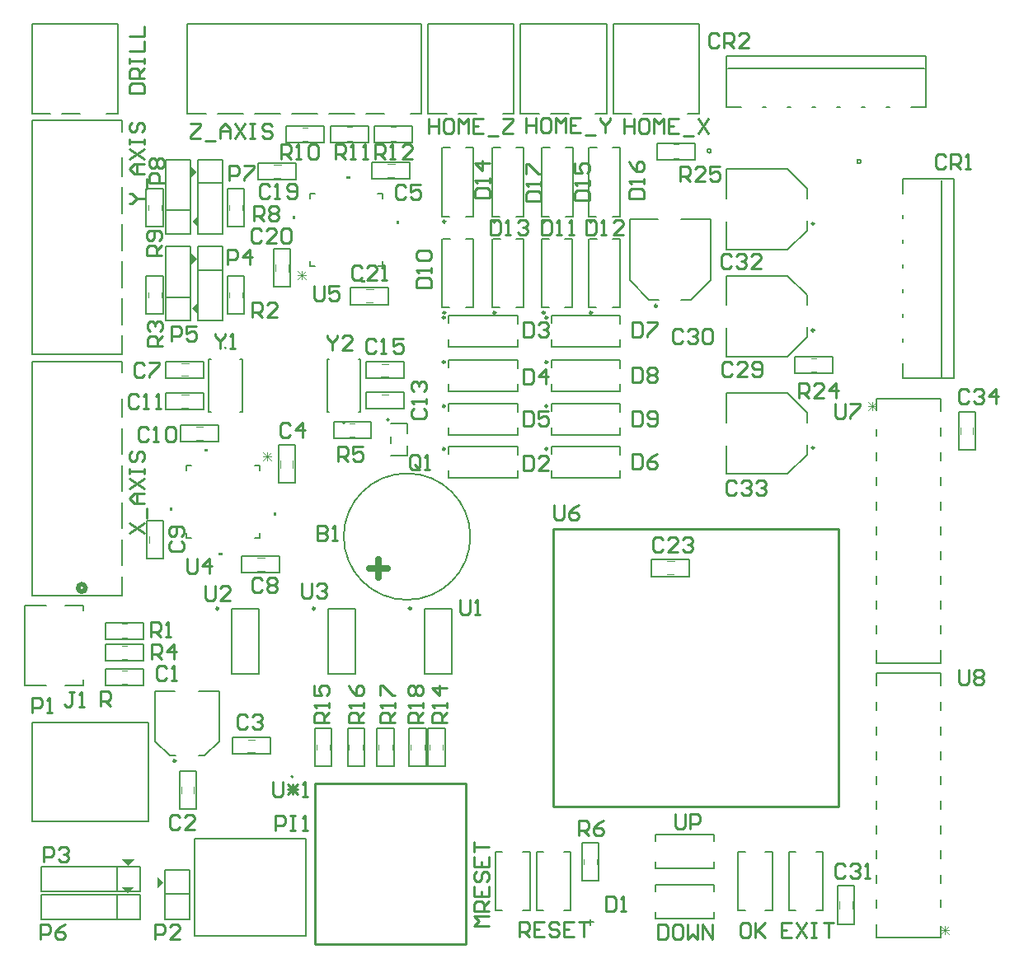
<source format=gto>
G04*
G04 #@! TF.GenerationSoftware,Altium Limited,Altium Designer,21.2.1 (34)*
G04*
G04 Layer_Color=65535*
%FSTAX24Y24*%
%MOIN*%
G70*
G04*
G04 #@! TF.SameCoordinates,945BCF6C-99F2-443B-AAD4-787717A20437*
G04*
G04*
G04 #@! TF.FilePolarity,Positive*
G04*
G01*
G75*
%ADD10C,0.0200*%
%ADD11C,0.0098*%
%ADD12C,0.0060*%
%ADD13C,0.0080*%
%ADD14C,0.0079*%
%ADD15C,0.0040*%
%ADD16C,0.0050*%
%ADD17C,0.0100*%
%ADD18C,0.0070*%
%ADD19C,0.0030*%
%ADD20C,0.0250*%
G36*
X014Y01582D02*
X01375Y01607D01*
X01425D01*
X014Y01582D01*
D02*
G37*
G36*
X01544Y01513D02*
X01519Y01488D01*
Y01538D01*
X01544Y01513D01*
D02*
G37*
G36*
X014Y01469D02*
X01375Y01494D01*
X01425D01*
X014Y01469D01*
D02*
G37*
G36*
X01579Y03016D02*
Y03031D01*
X01569D01*
Y03016D01*
X01579D01*
D02*
G37*
G36*
X017226Y03258D02*
Y03268D01*
X017076D01*
Y03258D01*
X017226D01*
D02*
G37*
G36*
X017817Y02848D02*
Y02838D01*
X017667D01*
Y02848D01*
X017817D01*
D02*
G37*
G36*
X01989Y029963D02*
Y030113D01*
X01999D01*
Y029963D01*
X01989D01*
D02*
G37*
G36*
X0166Y03836D02*
X01685Y03811D01*
Y03861D01*
X0166Y03836D01*
D02*
G37*
G36*
X01678Y04036D02*
X01653Y04061D01*
Y04011D01*
X01678Y04036D01*
D02*
G37*
G36*
X0166Y04188D02*
X01685Y04163D01*
Y04213D01*
X0166Y04188D01*
D02*
G37*
G36*
X01678Y04388D02*
X01653Y04413D01*
Y04363D01*
X01678Y04388D01*
D02*
G37*
G36*
X020765Y042107D02*
Y041957D01*
X020665D01*
Y042107D01*
X020765D01*
D02*
G37*
G36*
X022838Y04359D02*
Y04369D01*
X022988D01*
Y04359D01*
X022838D01*
D02*
G37*
G36*
X023429Y03949D02*
Y03939D01*
X023579D01*
Y03949D01*
X023429D01*
D02*
G37*
G36*
X024865Y04191D02*
Y04176D01*
X024965D01*
Y04191D01*
X024865D01*
D02*
G37*
D10*
X01228Y027051D02*
G03*
X01228Y027051I-00015J0D01*
G01*
D11*
X032759Y041879D02*
G03*
X032759Y041879I-000049J0D01*
G01*
X03086D02*
G03*
X03086Y041879I-000049J0D01*
G01*
X028862D02*
G03*
X028862Y041879I-000049J0D01*
G01*
X026833D02*
G03*
X026833Y041879I-000049J0D01*
G01*
X041739Y037479D02*
G03*
X041739Y037479I-000049J0D01*
G01*
Y041789D02*
G03*
X041739Y041789I-000049J0D01*
G01*
X035388Y038463D02*
G03*
X035388Y038463I-000049J0D01*
G01*
X032759Y03819D02*
G03*
X032759Y03819I-000049J0D01*
G01*
X03085D02*
G03*
X03085Y03819I-000049J0D01*
G01*
X028862D02*
G03*
X028862Y03819I-000049J0D01*
G01*
X026833D02*
G03*
X026833Y03819I-000049J0D01*
G01*
X026812Y03441D02*
G03*
X026812Y03441I-000049J0D01*
G01*
Y03619D02*
G03*
X026812Y03619I-000049J0D01*
G01*
Y03799D02*
G03*
X026812Y03799I-000049J0D01*
G01*
X030958D02*
G03*
X030958Y03799I-000049J0D01*
G01*
Y03619D02*
G03*
X030958Y03619I-000049J0D01*
G01*
Y03441D02*
G03*
X030958Y03441I-000049J0D01*
G01*
X026812Y03268D02*
G03*
X026812Y03268I-000049J0D01*
G01*
X030958D02*
G03*
X030958Y03268I-000049J0D01*
G01*
X041739Y032729D02*
G03*
X041739Y032729I-000049J0D01*
G01*
X025449Y026221D02*
G03*
X025449Y026221I-000049J0D01*
G01*
X017657D02*
G03*
X017657Y026221I-000049J0D01*
G01*
X015927Y020054D02*
G03*
X015927Y020054I-000049J0D01*
G01*
X021557Y026221D02*
G03*
X021557Y026221I-000049J0D01*
G01*
D12*
X04363Y044305D02*
G03*
X04363Y044305I-00008J0D01*
G01*
X02455Y03385D02*
G03*
X02455Y03385I-00005J0D01*
G01*
X022752Y033722D02*
G03*
X022752Y033722I-00003J0D01*
G01*
X01796Y036765D02*
G03*
X01796Y036765I-00003J0D01*
G01*
X037575Y04473D02*
G03*
X037575Y04473I-00008J0D01*
G01*
X01147Y023101D02*
X01218D01*
X00984Y026351D02*
X010684D01*
X01218Y026124D02*
Y026351D01*
X01147D02*
X01218D01*
Y023101D02*
Y023327D01*
X00984Y023101D02*
X010684D01*
X00984D02*
Y026351D01*
X045337Y035555D02*
Y036149D01*
X046907Y035605D02*
Y043555D01*
X045337Y043011D02*
Y043605D01*
Y035555D02*
X047407D01*
Y043605D01*
X045337D02*
X047407D01*
X045337Y042011D02*
Y042149D01*
Y041011D02*
Y041149D01*
Y040011D02*
Y040149D01*
Y039011D02*
Y039149D01*
Y038011D02*
Y038149D01*
Y037011D02*
Y037149D01*
X04687Y034196D02*
Y03471D01*
X04425Y02401D02*
X04687D01*
Y024524D01*
X04425Y03471D02*
X04687D01*
X04425Y034246D02*
Y03471D01*
Y033196D02*
Y033474D01*
Y032196D02*
Y032524D01*
Y031196D02*
Y031524D01*
Y030196D02*
Y030524D01*
Y029196D02*
Y029524D01*
Y028196D02*
Y028524D01*
Y027196D02*
Y027524D01*
Y026196D02*
Y026524D01*
Y025196D02*
Y025524D01*
Y02401D02*
Y024524D01*
X04687Y025196D02*
Y025524D01*
Y026196D02*
Y026524D01*
Y027196D02*
Y027524D01*
Y028196D02*
Y028524D01*
Y029196D02*
Y029524D01*
Y030196D02*
Y030524D01*
Y031196D02*
Y031524D01*
Y032196D02*
Y032524D01*
Y033196D02*
Y033524D01*
X04425Y014106D02*
Y014434D01*
Y015106D02*
Y015434D01*
Y016106D02*
Y016434D01*
Y017106D02*
Y017434D01*
Y018106D02*
Y018434D01*
Y019106D02*
Y019434D01*
Y020106D02*
Y020434D01*
Y021106D02*
Y021434D01*
Y022106D02*
Y022434D01*
X04687Y023106D02*
Y02362D01*
Y022106D02*
Y022434D01*
Y021106D02*
Y021434D01*
Y020106D02*
Y020434D01*
Y019106D02*
Y019434D01*
Y018106D02*
Y018434D01*
Y017106D02*
Y017434D01*
Y016106D02*
Y016434D01*
Y015106D02*
Y015434D01*
Y014156D02*
Y014434D01*
Y01292D02*
Y013384D01*
X04425Y01292D02*
X04687D01*
X04425Y023106D02*
Y02362D01*
X04687D01*
X04425Y01292D02*
Y013434D01*
X025275Y033291D02*
Y03369D01*
X024625Y032916D02*
Y033184D01*
Y03241D02*
X025275D01*
Y032809D01*
X024625Y03369D02*
X025275D01*
X023312Y034172D02*
X023402D01*
X022042D02*
X022133D01*
X022042D02*
Y036322D01*
X023312D02*
X023402D01*
Y034172D02*
Y036322D01*
X022042D02*
X022133D01*
X021345Y04007D02*
Y040271D01*
Y04301D02*
X021546D01*
X024285Y042809D02*
Y04301D01*
X024084Y04007D02*
X024285D01*
X021345D02*
X021546D01*
X021345Y042809D02*
Y04301D01*
X024084D02*
X024285D01*
Y04007D02*
Y040271D01*
X018519Y034165D02*
X01861D01*
X01725D02*
Y036315D01*
Y034165D02*
X017341D01*
X01861D02*
Y036315D01*
X018519D02*
X01861D01*
X01725D02*
X017341D01*
X01931Y02906D02*
Y029261D01*
X019109Y02906D02*
X01931D01*
X01637D02*
X016571D01*
X01637D02*
Y029261D01*
X01931Y031799D02*
Y032D01*
X019109D02*
X01931D01*
X01637Y031799D02*
Y032D01*
X016571D01*
X044651Y046517D02*
X044789D01*
X043651D02*
X043789D01*
X042651D02*
X042789D01*
X041651D02*
X041789D01*
X040651D02*
X040789D01*
X039651D02*
X039789D01*
X038195D02*
Y048587D01*
X046245D01*
Y046517D02*
Y048587D01*
X038195Y046517D02*
X038789D01*
X038245Y048087D02*
X046195D01*
X045651Y046517D02*
X046245D01*
D13*
X027839Y02913D02*
G03*
X027839Y02913I-002559J0D01*
G01*
D14*
X020669Y019415D02*
G03*
X020669Y019415I-000039J0D01*
G01*
X034834Y046249D02*
X035571D01*
X037086D02*
Y049871D01*
X033618D02*
X037086D01*
X033618Y046249D02*
Y049871D01*
X036634Y046249D02*
X037086D01*
X033618D02*
X03437D01*
X031089D02*
X031825D01*
X033341D02*
Y049871D01*
X029872D02*
X033341D01*
X029872Y046249D02*
Y049871D01*
X032888Y046249D02*
X033341D01*
X029872D02*
X030624D01*
X027343D02*
X028079D01*
X029595D02*
Y049871D01*
X026126D02*
X029595D01*
X026126Y046249D02*
Y049871D01*
X029142Y046249D02*
X029595D01*
X026126D02*
X026878D01*
X03263Y042089D02*
Y044859D01*
X03388Y042089D02*
Y044869D01*
X03263Y042089D02*
X032927D01*
X032647Y044859D02*
X032947D01*
X03358Y042089D02*
X03388D01*
X03358Y044869D02*
X03388D01*
X030731Y042089D02*
Y044859D01*
X031981Y042089D02*
Y044869D01*
X030731Y042089D02*
X031029D01*
X030749Y044859D02*
X031049D01*
X031681Y042089D02*
X031981D01*
X031681Y044869D02*
X031981D01*
X029683D02*
X029983D01*
X029683Y042089D02*
X029983D01*
X02875Y044859D02*
X02905D01*
X028733Y042089D02*
X02903D01*
X029983D02*
Y044869D01*
X028733Y042089D02*
Y044859D01*
X026704Y042089D02*
Y044859D01*
X027954Y042089D02*
Y044869D01*
X026704Y042089D02*
X027001D01*
X026721Y044859D02*
X027021D01*
X027654Y042089D02*
X027954D01*
X027654Y044869D02*
X027954D01*
X040656Y039684D02*
X041444Y038896D01*
X040656Y036416D02*
X041444Y037204D01*
Y038503D02*
Y038896D01*
Y037204D02*
Y037597D01*
X038176Y039684D02*
X040656D01*
X038176Y036416D02*
X040656D01*
X038176Y038503D02*
Y039684D01*
Y036416D02*
Y037558D01*
X040656Y043994D02*
X041444Y043206D01*
X040656Y040726D02*
X041444Y041514D01*
Y042813D02*
Y043206D01*
Y041514D02*
Y041907D01*
X038176Y043994D02*
X040656D01*
X038176Y040726D02*
X040656D01*
X038176Y042813D02*
Y043994D01*
Y040726D02*
Y041868D01*
X034276Y041977D02*
X035418D01*
X036363D02*
X037544D01*
X034276Y039497D02*
Y041977D01*
X037544Y039497D02*
Y041977D01*
X035064Y038709D02*
X035457D01*
X036363D02*
X036756D01*
X034276Y039497D02*
X035064Y038709D01*
X036756D02*
X037544Y039497D01*
X03358Y04118D02*
X03388D01*
X03358Y0384D02*
X03388D01*
X032647Y04117D02*
X032947D01*
X03263Y0384D02*
X032927D01*
X03388D02*
Y04118D01*
X03263Y0384D02*
Y04117D01*
X030721Y0384D02*
Y04117D01*
X031971Y0384D02*
Y04118D01*
X030721Y0384D02*
X031019D01*
X030739Y04117D02*
X031039D01*
X031671Y0384D02*
X031971D01*
X031671Y04118D02*
X031971D01*
X028733Y0384D02*
Y04117D01*
X029983Y0384D02*
Y04118D01*
X028733Y0384D02*
X02903D01*
X02875Y04117D02*
X02905D01*
X029683Y0384D02*
X029983D01*
X029683Y04118D02*
X029983D01*
X026704Y0384D02*
Y04117D01*
X027954Y0384D02*
Y04118D01*
X026704Y0384D02*
X027001D01*
X026721Y04117D02*
X027021D01*
X027654Y0384D02*
X027954D01*
X027654Y04118D02*
X027954D01*
X026973Y03449D02*
X029743D01*
X026973Y03324D02*
X029753D01*
X026973Y034193D02*
Y03449D01*
X029743Y034173D02*
Y034473D01*
X026973Y03324D02*
Y03354D01*
X029753Y03324D02*
Y03354D01*
X026973Y03627D02*
X029743D01*
X026973Y03502D02*
X029753D01*
X026973Y035973D02*
Y03627D01*
X029743Y035953D02*
Y036253D01*
X026973Y03502D02*
Y03532D01*
X029753Y03502D02*
Y03532D01*
X026973Y03807D02*
X029743D01*
X026973Y03682D02*
X029753D01*
X026973Y037773D02*
Y03807D01*
X029743Y037753D02*
Y038053D01*
X026973Y03682D02*
Y03712D01*
X029753Y03682D02*
Y03712D01*
X031119Y03807D02*
X033889D01*
X031119Y03682D02*
X033899D01*
X031119Y037773D02*
Y03807D01*
X033889Y037753D02*
Y038053D01*
X031119Y03682D02*
Y03712D01*
X033899Y03682D02*
Y03712D01*
X031119Y03627D02*
X033889D01*
X031119Y03502D02*
X033899D01*
X031119Y035973D02*
Y03627D01*
X033889Y035953D02*
Y036253D01*
X031119Y03502D02*
Y03532D01*
X033899Y03502D02*
Y03532D01*
X031119Y03449D02*
X033889D01*
X031119Y03324D02*
X033899D01*
X031119Y034193D02*
Y03449D01*
X033889Y034173D02*
Y034473D01*
X031119Y03324D02*
Y03354D01*
X033899Y03324D02*
Y03354D01*
X029753Y03151D02*
Y03181D01*
X026973Y03151D02*
Y03181D01*
X029743Y032443D02*
Y032743D01*
X026973Y032463D02*
Y03276D01*
Y03151D02*
X029753D01*
X026973Y03276D02*
X029743D01*
X031119D02*
X033889D01*
X031119Y03151D02*
X033899D01*
X031119Y032463D02*
Y03276D01*
X033889Y032443D02*
Y032743D01*
X031119Y03151D02*
Y03181D01*
X033899Y03151D02*
Y03181D01*
X038176Y031666D02*
Y032808D01*
Y033753D02*
Y034934D01*
Y031666D02*
X040656D01*
X038176Y034934D02*
X040656D01*
X041444Y032454D02*
Y032847D01*
Y033753D02*
Y034146D01*
X040656Y031666D02*
X041444Y032454D01*
X040656Y034934D02*
X041444Y034146D01*
X040721Y014019D02*
Y016381D01*
Y014019D02*
X040997D01*
X040721Y016381D02*
X040997D01*
X041823D02*
X042099D01*
X041823Y014019D02*
X042099D01*
Y016381D01*
X038671Y014019D02*
Y016381D01*
Y014019D02*
X038947D01*
X038671Y016381D02*
X038947D01*
X039773D02*
X040049D01*
X039773Y014019D02*
X040049D01*
Y016381D01*
X035329Y015711D02*
X037691D01*
Y015987D01*
X035329Y015711D02*
Y015987D01*
Y016813D02*
Y017089D01*
X037691Y016813D02*
Y017089D01*
X035329D02*
X037691D01*
X035329Y013661D02*
X037691D01*
Y013937D01*
X035329Y013661D02*
Y013937D01*
Y014763D02*
Y015039D01*
X037691Y014763D02*
Y015039D01*
X035329D02*
X037691D01*
X030521Y013999D02*
Y016361D01*
Y013999D02*
X030797D01*
X030521Y016361D02*
X030797D01*
X031623D02*
X031899D01*
X031623Y013999D02*
X031899D01*
Y016361D01*
X030242Y013999D02*
Y016361D01*
X029967Y013999D02*
X030242D01*
X029967Y016361D02*
X030242D01*
X028864D02*
X02914D01*
X028864Y013999D02*
X02914D01*
X028864D02*
Y016361D01*
X025991Y023583D02*
Y026221D01*
X027093Y023583D02*
Y026221D01*
X025991D02*
X027093D01*
X025991Y023583D02*
X027093D01*
X020612Y046249D02*
X021648D01*
X022112D02*
X023148D01*
X023612D02*
X024348D01*
X025864D02*
Y049871D01*
X016396D02*
X025864D01*
X016396Y046249D02*
Y049871D01*
X025411Y046249D02*
X025864D01*
X019112D02*
X020148D01*
X017612D02*
X018648D01*
X016396D02*
X017148D01*
X01012D02*
X010872D01*
X013136D02*
X013589D01*
X01012D02*
Y049871D01*
X013589D01*
Y046249D02*
Y049871D01*
X011337Y046249D02*
X012073D01*
X013742Y036506D02*
Y037258D01*
Y037722D02*
Y038758D01*
Y039222D02*
Y040258D01*
Y045521D02*
Y045974D01*
X01012Y036506D02*
X013742D01*
X01012D02*
Y045974D01*
X013742D01*
Y043722D02*
Y044458D01*
Y042222D02*
Y043258D01*
Y040722D02*
Y041758D01*
X018199Y023583D02*
Y026221D01*
X019301Y023583D02*
Y026221D01*
X018199D02*
X019301D01*
X018199Y023583D02*
X019301D01*
X013742Y030962D02*
Y031998D01*
Y032462D02*
Y033498D01*
Y033962D02*
Y034699D01*
X01012Y036214D02*
X013742D01*
X01012Y026746D02*
Y036214D01*
Y026746D02*
X013742D01*
Y035761D02*
Y036214D01*
Y029462D02*
Y030498D01*
Y027962D02*
Y028998D01*
Y026746D02*
Y027498D01*
X017099Y020261D02*
X017689Y020851D01*
X015091D02*
X015681Y020261D01*
X015091Y022859D02*
X015898D01*
X016843D02*
X017689D01*
X015091Y020851D02*
Y022859D01*
X017689Y020851D02*
Y022859D01*
X015681Y020261D02*
X015937D01*
X016843D02*
X017099D01*
X014832Y01762D02*
Y02162D01*
X010108D02*
X014832D01*
X010108Y01762D02*
Y02162D01*
Y01762D02*
X014832D01*
X022099Y023583D02*
X023201D01*
X022099Y026221D02*
X023201D01*
Y023583D02*
Y026221D01*
X022099Y023583D02*
Y026221D01*
D15*
X03605Y04499D02*
X03625D01*
X03605Y04444D02*
X03625D01*
X04162Y03635D02*
X04182D01*
X04162Y0358D02*
X04182D01*
X04817Y03326D02*
Y03354D01*
X047644Y03326D02*
Y03355D01*
X043296Y01407D02*
Y01436D01*
X04277Y01408D02*
Y01436D01*
X03297Y01587D02*
Y01607D01*
X03242Y01587D02*
Y01607D01*
X02619Y02051D02*
Y02071D01*
X02674Y02051D02*
Y02071D01*
X02598Y02051D02*
Y02071D01*
X02543Y02051D02*
Y02071D01*
X02413Y02051D02*
Y02071D01*
X02468Y02051D02*
Y02071D01*
X02294Y02051D02*
Y02071D01*
X02349Y02051D02*
Y02071D01*
X02161Y02051D02*
Y02071D01*
X02216Y02051D02*
Y02071D01*
X02297Y03316D02*
X02317D01*
X02297Y03371D02*
X02317D01*
X02425Y03488D02*
X02453D01*
X02424Y034354D02*
X02453D01*
X02425Y03612D02*
X02453D01*
X02424Y035594D02*
X02453D01*
X020144Y03192D02*
Y03221D01*
X02067Y03192D02*
Y0322D01*
X02463Y04569D02*
X02483D01*
X02463Y04514D02*
X02483D01*
X02449Y04368D02*
X02477D01*
X02449Y044206D02*
X02478D01*
X02286Y04514D02*
X02306D01*
X02286Y04569D02*
X02306D01*
X02106Y04568D02*
X02126D01*
X02106Y04513D02*
X02126D01*
X020491Y03985D02*
Y04014D01*
X019965Y03986D02*
Y04014D01*
X01989Y044176D02*
X02018D01*
X01989Y04365D02*
X02017D01*
X01808Y04233D02*
Y04253D01*
X01863Y04233D02*
Y04253D01*
X01481Y04233D02*
Y04253D01*
X01536Y04233D02*
Y04253D01*
X01808Y0388D02*
Y039D01*
X01863Y0388D02*
Y039D01*
X01536Y0388D02*
Y039D01*
X01481Y0388D02*
Y039D01*
X01616Y03563D02*
X01644D01*
X01616Y036156D02*
X01645D01*
X01616Y034876D02*
X01645D01*
X01616Y03435D02*
X01644D01*
X01675Y033044D02*
X01704D01*
X01676Y03357D02*
X01704D01*
X01923Y028266D02*
X01952D01*
X01923Y02774D02*
X01951D01*
X015376Y02885D02*
Y02914D01*
X01485Y02886D02*
Y02914D01*
X01375Y02559D02*
X01395D01*
X01375Y02504D02*
X01395D01*
X01375Y02471D02*
X01395D01*
X01375Y02416D02*
X01395D01*
X01375Y02372D02*
X01395D01*
X01375Y02317D02*
X01395D01*
X01885Y02092D02*
X01913D01*
X01884Y020394D02*
X01913D01*
X01667Y01873D02*
Y01901D01*
X016144Y01873D02*
Y01902D01*
X03579Y028126D02*
X03608D01*
X03579Y0276D02*
X03607D01*
X02362Y0386D02*
X0239D01*
X02362Y039126D02*
X02391D01*
D16*
X03539Y04437D02*
X03691D01*
Y04505D01*
X03539D02*
X03691D01*
X03539Y04437D02*
Y04505D01*
X04096Y03573D02*
X04248D01*
Y03641D01*
X04096D02*
X04248D01*
X04096Y03573D02*
Y03641D01*
X04758Y03263D02*
X04825D01*
X04758D02*
Y03417D01*
X04825D01*
Y03263D02*
Y03417D01*
X04269Y01345D02*
Y01499D01*
Y01345D02*
X04336D01*
Y01499D01*
X04269D02*
X04336D01*
X03235Y01521D02*
Y01673D01*
Y01521D02*
X03303D01*
Y01673D01*
X03235D02*
X03303D01*
X02681Y01985D02*
Y02137D01*
X02613D02*
X02681D01*
X02613Y01985D02*
Y02137D01*
Y01985D02*
X02681D01*
X02537D02*
X02605D01*
X02537D02*
Y02137D01*
X02605D01*
Y01985D02*
Y02137D01*
X02475Y01985D02*
Y02137D01*
X02407D02*
X02475D01*
X02407Y01985D02*
Y02137D01*
Y01985D02*
X02475D01*
X02356D02*
Y02137D01*
X02288D02*
X02356D01*
X02288Y01985D02*
Y02137D01*
Y01985D02*
X02356D01*
X02223D02*
Y02137D01*
X02155D02*
X02223D01*
X02155Y01985D02*
Y02137D01*
Y01985D02*
X02223D01*
X02231Y03309D02*
Y03377D01*
X02383D01*
Y03309D02*
Y03377D01*
X02231Y03309D02*
X02383D01*
X02516Y03429D02*
Y03496D01*
X02362Y03429D02*
X02516D01*
X02362D02*
Y03496D01*
X02516D01*
Y03553D02*
Y0362D01*
X02362Y03553D02*
X02516D01*
X02362D02*
Y0362D01*
X02516D01*
X02075Y03129D02*
Y03283D01*
X02008D02*
X02075D01*
X02008Y03129D02*
Y03283D01*
Y03129D02*
X02075D01*
X02397Y04507D02*
X02549D01*
Y04575D01*
X02397D02*
X02549D01*
X02397Y04507D02*
Y04575D01*
X02386Y0436D02*
Y04427D01*
X0254D01*
Y0436D02*
Y04427D01*
X02386Y0436D02*
X0254D01*
X0222Y04507D02*
Y04575D01*
X02372D01*
Y04507D02*
Y04575D01*
X0222Y04507D02*
X02372D01*
X02192D02*
Y04575D01*
X0204Y04507D02*
X02192D01*
X0204D02*
Y04575D01*
X02192D01*
X019885Y03923D02*
Y04077D01*
Y03923D02*
X020555D01*
Y04077D01*
X019885D02*
X020555D01*
X01926Y04357D02*
X0208D01*
Y04424D01*
X01926D02*
X0208D01*
X01926Y04357D02*
Y04424D01*
X0187Y04167D02*
Y04319D01*
X01802D02*
X0187D01*
X01802Y04167D02*
Y04319D01*
Y04167D02*
X0187D01*
X01474Y04319D02*
X01542D01*
Y04167D02*
Y04319D01*
X01474Y04167D02*
X01542D01*
X01474D02*
Y04319D01*
X0187Y03814D02*
Y03966D01*
X01802D02*
X0187D01*
X01802Y03814D02*
Y03966D01*
Y03814D02*
X0187D01*
X01474D02*
Y03966D01*
Y03814D02*
X01542D01*
Y03966D01*
X01474D02*
X01542D01*
X01553Y03555D02*
Y03622D01*
X01707D01*
Y03555D02*
Y03622D01*
X01553Y03555D02*
X01707D01*
X01553Y03427D02*
X01707D01*
Y03494D01*
X01553D02*
X01707D01*
X01553Y03427D02*
Y03494D01*
X01613Y03365D02*
X01767D01*
X01613Y03298D02*
Y03365D01*
Y03298D02*
X01767D01*
Y03365D01*
X0186Y02766D02*
X02014D01*
Y02833D01*
X0186D02*
X02014D01*
X0186Y02766D02*
Y02833D01*
X01477Y02823D02*
Y02977D01*
Y02823D02*
X01544D01*
Y02977D01*
X01477D02*
X01544D01*
X01309Y02497D02*
X01461D01*
Y02565D01*
X01309D02*
X01461D01*
X01309Y02497D02*
Y02565D01*
Y02409D02*
X01461D01*
Y02477D01*
X01309D02*
X01461D01*
X01309Y02409D02*
Y02477D01*
Y0231D02*
X01461D01*
Y02378D01*
X01309D02*
X01461D01*
X01309Y0231D02*
Y02378D01*
X01976Y02033D02*
Y021D01*
X01822Y02033D02*
X01976D01*
X01822D02*
Y021D01*
X01976D01*
X01668Y012965D02*
X021179D01*
X01668Y016915D02*
X021179D01*
X01668Y012965D02*
Y016915D01*
X021179Y012965D02*
Y016915D01*
X01608Y0181D02*
X01675D01*
X01608D02*
Y01964D01*
X01675D01*
Y0181D02*
Y01964D01*
X03516Y02752D02*
X0367D01*
Y02819D01*
X03516D02*
X0367D01*
X03516Y02752D02*
Y02819D01*
X02299Y03852D02*
Y03919D01*
X02453D01*
Y03852D02*
Y03919D01*
X02299Y03852D02*
X02453D01*
X0327Y013653D02*
Y013396D01*
X032572Y013525D02*
X032829D01*
D17*
X021564Y012656D02*
X027664D01*
Y019156D01*
X026964D02*
X027664D01*
X021564D02*
X026964D01*
X021564Y012656D02*
Y019156D01*
X03118Y02944D02*
X04273D01*
X03118Y01819D02*
Y02944D01*
Y01819D02*
X034518D01*
X04273D02*
Y02944D01*
X039242Y01819D02*
X04273D01*
X034518D02*
X039242D01*
X01184Y022856D02*
X01164D01*
X01174D01*
Y022356D01*
X01164Y022256D01*
X01154D01*
X01144Y022356D01*
X01204Y022256D02*
X01224D01*
X01214D01*
Y022856D01*
X01204Y022756D01*
X03123Y03039D02*
Y02989D01*
X03133Y02979D01*
X03153D01*
X03163Y02989D01*
Y03039D01*
X03223D02*
X03203Y03029D01*
X03183Y03009D01*
Y02989D01*
X03193Y02979D01*
X03213D01*
X03223Y02989D01*
Y02999D01*
X03213Y03009D01*
X03183D01*
X03634Y04349D02*
Y04409D01*
X03664D01*
X03674Y04399D01*
Y04379D01*
X03664Y04369D01*
X03634D01*
X03654D02*
X03674Y04349D01*
X03734D02*
X03694D01*
X03734Y04389D01*
Y04399D01*
X03724Y04409D01*
X03704D01*
X03694Y04399D01*
X03794Y04409D02*
X03754D01*
Y04379D01*
X03774Y04389D01*
X03784D01*
X03794Y04379D01*
Y04359D01*
X03784Y04349D01*
X03764D01*
X03754Y04359D01*
X04114Y03474D02*
Y03534D01*
X04144D01*
X04154Y03524D01*
Y03504D01*
X04144Y03494D01*
X04114D01*
X04134D02*
X04154Y03474D01*
X04214D02*
X04174D01*
X04214Y03514D01*
Y03524D01*
X04204Y03534D01*
X04184D01*
X04174Y03524D01*
X04264Y03474D02*
Y03534D01*
X04234Y03504D01*
X04274D01*
X01985Y01919D02*
Y01869D01*
X01995Y01859D01*
X02015D01*
X02025Y01869D01*
Y01919D01*
X02045Y01909D02*
X02085Y01869D01*
X02045D02*
X02085Y01909D01*
X02045Y01889D02*
X02085D01*
X02065Y01869D02*
Y01909D01*
X02105Y01859D02*
X02125D01*
X02115D01*
Y01919D01*
X02105Y01909D01*
X02167Y02957D02*
Y02897D01*
X02197D01*
X02207Y02907D01*
Y02917D01*
X02197Y02927D01*
X02167D01*
X02197D01*
X02207Y02937D01*
Y02947D01*
X02197Y02957D01*
X02167D01*
X02227Y02897D02*
X02247D01*
X02237D01*
Y02957D01*
X02227Y02947D01*
X02207Y03728D02*
Y03718D01*
X02227Y03698D01*
X02247Y03718D01*
Y03728D01*
X02227Y03698D02*
Y03668D01*
X02307D02*
X02267D01*
X02307Y03708D01*
Y03718D01*
X02297Y03728D01*
X02277D01*
X02267Y03718D01*
X01754Y03733D02*
Y03723D01*
X01774Y03703D01*
X01794Y03723D01*
Y03733D01*
X01774Y03703D02*
Y03673D01*
X01814D02*
X01834D01*
X01824D01*
Y03733D01*
X01814Y03723D01*
X04759Y02373D02*
Y02323D01*
X04769Y02313D01*
X04789D01*
X04799Y02323D01*
Y02373D01*
X04819Y02363D02*
X04829Y02373D01*
X04849D01*
X04859Y02363D01*
Y02353D01*
X04849Y02343D01*
X04859Y02333D01*
Y02323D01*
X04849Y02313D01*
X04829D01*
X04819Y02323D01*
Y02333D01*
X04829Y02343D01*
X04819Y02353D01*
Y02363D01*
X04829Y02343D02*
X04849D01*
X04259Y03452D02*
Y03402D01*
X04269Y03392D01*
X04289D01*
X04299Y03402D01*
Y03452D01*
X04319D02*
X04359D01*
Y03442D01*
X04319Y03402D01*
Y03392D01*
X02154Y03928D02*
Y03878D01*
X02164Y03868D01*
X02184D01*
X02194Y03878D01*
Y03928D01*
X02254D02*
X02214D01*
Y03898D01*
X02234Y03908D01*
X02244D01*
X02254Y03898D01*
Y03878D01*
X02244Y03868D01*
X02224D01*
X02214Y03878D01*
X01639Y02823D02*
Y02773D01*
X01649Y02763D01*
X01669D01*
X01679Y02773D01*
Y02823D01*
X01729Y02763D02*
Y02823D01*
X01699Y02793D01*
X01739D01*
X02102Y02724D02*
Y02674D01*
X02112Y02664D01*
X02132D01*
X02142Y02674D01*
Y02724D01*
X02162Y02714D02*
X02172Y02724D01*
X02192D01*
X02202Y02714D01*
Y02704D01*
X02192Y02694D01*
X02182D01*
X02192D01*
X02202Y02684D01*
Y02674D01*
X02192Y02664D01*
X02172D01*
X02162Y02674D01*
X01712Y02713D02*
Y02663D01*
X01722Y02653D01*
X01742D01*
X01752Y02663D01*
Y02713D01*
X01812Y02653D02*
X01772D01*
X01812Y02693D01*
Y02703D01*
X01802Y02713D01*
X01782D01*
X01772Y02703D01*
X02743Y02658D02*
Y02608D01*
X02753Y02598D01*
X02773D01*
X02783Y02608D01*
Y02658D01*
X02803Y02598D02*
X02823D01*
X02813D01*
Y02658D01*
X02803Y02648D01*
X0129Y02227D02*
Y02287D01*
X0132D01*
X0133Y02277D01*
Y02257D01*
X0132Y02247D01*
X0129D01*
X0131D02*
X0133Y02227D01*
X04083Y0135D02*
X04043D01*
Y0129D01*
X04083D01*
X04043Y0132D02*
X04063D01*
X04103Y0135D02*
X04143Y0129D01*
Y0135D02*
X04103Y0129D01*
X04163Y0135D02*
X04183D01*
X04173D01*
Y0129D01*
X04163D01*
X04183D01*
X04213Y0135D02*
X04253D01*
X04233D01*
Y0129D01*
X03907Y01352D02*
X03887D01*
X03877Y01342D01*
Y01302D01*
X03887Y01292D01*
X03907D01*
X03917Y01302D01*
Y01342D01*
X03907Y01352D01*
X03937D02*
Y01292D01*
Y01312D01*
X03977Y01352D01*
X03947Y01322D01*
X03977Y01292D01*
X03544Y01344D02*
Y01284D01*
X03574D01*
X03584Y01294D01*
Y01334D01*
X03574Y01344D01*
X03544D01*
X03634D02*
X03614D01*
X03604Y01334D01*
Y01294D01*
X03614Y01284D01*
X03634D01*
X03644Y01294D01*
Y01334D01*
X03634Y01344D01*
X03664D02*
Y01284D01*
X03684Y01304D01*
X03704Y01284D01*
Y01344D01*
X03724Y01284D02*
Y01344D01*
X03764Y01284D01*
Y01344D01*
X03613Y01792D02*
Y01742D01*
X03623Y01732D01*
X03643D01*
X03653Y01742D01*
Y01792D01*
X03673Y01732D02*
Y01792D01*
X03703D01*
X03713Y01782D01*
Y01762D01*
X03703Y01752D01*
X03673D01*
X02982Y01293D02*
Y01353D01*
X03012D01*
X03022Y01343D01*
Y01323D01*
X03012Y01313D01*
X02982D01*
X03002D02*
X03022Y01293D01*
X03082Y01353D02*
X03042D01*
Y01293D01*
X03082D01*
X03042Y01323D02*
X03062D01*
X03142Y01343D02*
X03132Y01353D01*
X03112D01*
X03102Y01343D01*
Y01333D01*
X03112Y01323D01*
X03132D01*
X03142Y01313D01*
Y01303D01*
X03132Y01293D01*
X03112D01*
X03102Y01303D01*
X03202Y01353D02*
X03162D01*
Y01293D01*
X03202D01*
X03162Y01323D02*
X03182D01*
X03222Y01353D02*
X03262D01*
X03242D01*
Y01293D01*
X02858Y013371D02*
X02798D01*
X02818Y01357D01*
X02798Y01377D01*
X02858D01*
Y01397D02*
X02798D01*
Y01427D01*
X02808Y01437D01*
X02828D01*
X02838Y01427D01*
Y01397D01*
Y01417D02*
X02858Y01437D01*
X02798Y01497D02*
Y01457D01*
X02858D01*
Y01497D01*
X02828Y01457D02*
Y01477D01*
X02808Y01557D02*
X02798Y01547D01*
Y01527D01*
X02808Y01517D01*
X02818D01*
X02828Y01527D01*
Y01547D01*
X02838Y01557D01*
X02848D01*
X02858Y01547D01*
Y01527D01*
X02848Y01517D01*
X02798Y01617D02*
Y01577D01*
X02858D01*
Y01617D01*
X02828Y01577D02*
Y01597D01*
X02798Y01637D02*
Y016769D01*
Y01657D01*
X02858D01*
X02591Y0216D02*
X02531D01*
Y0219D01*
X02541Y022D01*
X02561D01*
X02571Y0219D01*
Y0216D01*
Y0218D02*
X02591Y022D01*
Y0222D02*
Y0224D01*
Y0223D01*
X02531D01*
X02541Y0222D01*
Y0227D02*
X02531Y0228D01*
Y023D01*
X02541Y0231D01*
X02551D01*
X02561Y023D01*
X02571Y0231D01*
X02581D01*
X02591Y023D01*
Y0228D01*
X02581Y0227D01*
X02571D01*
X02561Y0228D01*
X02551Y0227D01*
X02541D01*
X02561Y0228D02*
Y023D01*
X02479Y0216D02*
X02419D01*
Y0219D01*
X02429Y022D01*
X02449D01*
X02459Y0219D01*
Y0216D01*
Y0218D02*
X02479Y022D01*
Y0222D02*
Y0224D01*
Y0223D01*
X02419D01*
X02429Y0222D01*
X02419Y0227D02*
Y0231D01*
X02429D01*
X02469Y0227D01*
X02479D01*
X02351Y0216D02*
X02291D01*
Y0219D01*
X02301Y022D01*
X02321D01*
X02331Y0219D01*
Y0216D01*
Y0218D02*
X02351Y022D01*
Y0222D02*
Y0224D01*
Y0223D01*
X02291D01*
X02301Y0222D01*
X02291Y0231D02*
X02301Y0229D01*
X02321Y0227D01*
X02341D01*
X02351Y0228D01*
Y023D01*
X02341Y0231D01*
X02331D01*
X02321Y023D01*
Y0227D01*
X02213Y0216D02*
X02153D01*
Y0219D01*
X02163Y022D01*
X02183D01*
X02193Y0219D01*
Y0216D01*
Y0218D02*
X02213Y022D01*
Y0222D02*
Y0224D01*
Y0223D01*
X02153D01*
X02163Y0222D01*
X02153Y0231D02*
Y0227D01*
X02183D01*
X02173Y0229D01*
Y023D01*
X02183Y0231D01*
X02203D01*
X02213Y023D01*
Y0228D01*
X02203Y0227D01*
X02689Y0216D02*
X02629D01*
Y0219D01*
X02639Y022D01*
X02659D01*
X02669Y0219D01*
Y0216D01*
Y0218D02*
X02689Y022D01*
Y0222D02*
Y0224D01*
Y0223D01*
X02629D01*
X02639Y0222D01*
X02689Y023D02*
X02629D01*
X02659Y0227D01*
Y0231D01*
X02398Y04439D02*
Y04499D01*
X02428D01*
X02438Y04489D01*
Y04469D01*
X02428Y04459D01*
X02398D01*
X02418D02*
X02438Y04439D01*
X02458D02*
X02478D01*
X02468D01*
Y04499D01*
X02458Y04489D01*
X02548Y04439D02*
X02508D01*
X02548Y04479D01*
Y04489D01*
X02538Y04499D01*
X02518D01*
X02508Y04489D01*
X02238Y04439D02*
Y04499D01*
X02268D01*
X02278Y04489D01*
Y04469D01*
X02268Y04459D01*
X02238D01*
X02258D02*
X02278Y04439D01*
X02298D02*
X02318D01*
X02308D01*
Y04499D01*
X02298Y04489D01*
X02348Y04439D02*
X02368D01*
X02358D01*
Y04499D01*
X02348Y04489D01*
X02018Y04439D02*
Y04499D01*
X02048D01*
X02058Y04489D01*
Y04469D01*
X02048Y04459D01*
X02018D01*
X02038D02*
X02058Y04439D01*
X02078D02*
X02098D01*
X02088D01*
Y04499D01*
X02078Y04489D01*
X02128D02*
X02138Y04499D01*
X02158D01*
X02168Y04489D01*
Y04449D01*
X02158Y04439D01*
X02138D01*
X02128Y04449D01*
Y04489D01*
X01536Y04049D02*
X01476D01*
Y04079D01*
X01486Y04089D01*
X01506D01*
X01516Y04079D01*
Y04049D01*
Y04069D02*
X01536Y04089D01*
X01526Y04109D02*
X01536Y04119D01*
Y04139D01*
X01526Y04149D01*
X01486D01*
X01476Y04139D01*
Y04119D01*
X01486Y04109D01*
X01496D01*
X01506Y04119D01*
Y04149D01*
X01909Y04189D02*
Y04249D01*
X01939D01*
X01949Y04239D01*
Y04219D01*
X01939Y04209D01*
X01909D01*
X01929D02*
X01949Y04189D01*
X01969Y04239D02*
X01979Y04249D01*
X01999D01*
X02009Y04239D01*
Y04229D01*
X01999Y04219D01*
X02009Y04209D01*
Y04199D01*
X01999Y04189D01*
X01979D01*
X01969Y04199D01*
Y04209D01*
X01979Y04219D01*
X01969Y04229D01*
Y04239D01*
X01979Y04219D02*
X01999D01*
X03224Y01703D02*
Y01763D01*
X03254D01*
X03264Y01753D01*
Y01733D01*
X03254Y01723D01*
X03224D01*
X03244D02*
X03264Y01703D01*
X03324Y01763D02*
X03304Y01753D01*
X03284Y01733D01*
Y01713D01*
X03294Y01703D01*
X03314D01*
X03324Y01713D01*
Y01723D01*
X03314Y01733D01*
X03284D01*
X0225Y03218D02*
Y03278D01*
X0228D01*
X0229Y03268D01*
Y03248D01*
X0228Y03238D01*
X0225D01*
X0227D02*
X0229Y03218D01*
X0235Y03278D02*
X0231D01*
Y03248D01*
X0233Y03258D01*
X0234D01*
X0235Y03248D01*
Y03228D01*
X0234Y03218D01*
X0232D01*
X0231Y03228D01*
X01496Y02416D02*
Y02476D01*
X01526D01*
X01536Y02466D01*
Y02446D01*
X01526Y02436D01*
X01496D01*
X01516D02*
X01536Y02416D01*
X01586D02*
Y02476D01*
X01556Y02446D01*
X01596D01*
X01539Y03684D02*
X01479D01*
Y03714D01*
X01489Y03724D01*
X01509D01*
X01519Y03714D01*
Y03684D01*
Y03704D02*
X01539Y03724D01*
X01489Y03744D02*
X01479Y03754D01*
Y03774D01*
X01489Y03784D01*
X01499D01*
X01509Y03774D01*
Y03764D01*
Y03774D01*
X01519Y03784D01*
X01529D01*
X01539Y03774D01*
Y03754D01*
X01529Y03744D01*
X01902Y03799D02*
Y03859D01*
X01932D01*
X01942Y03849D01*
Y03829D01*
X01932Y03819D01*
X01902D01*
X01922D02*
X01942Y03799D01*
X02002D02*
X01962D01*
X02002Y03839D01*
Y03849D01*
X01992Y03859D01*
X01972D01*
X01962Y03849D01*
X01494Y02506D02*
Y02566D01*
X01524D01*
X01534Y02556D01*
Y02536D01*
X01524Y02526D01*
X01494D01*
X01514D02*
X01534Y02506D01*
X01554D02*
X01574D01*
X01564D01*
Y02566D01*
X01554Y02556D01*
X02578Y03194D02*
Y03234D01*
X02568Y03244D01*
X02548D01*
X02538Y03234D01*
Y03194D01*
X02548Y03184D01*
X02568D01*
X02558Y03204D02*
X02578Y03184D01*
X02568D02*
X02578Y03194D01*
X02598Y03184D02*
X02618D01*
X02608D01*
Y03244D01*
X02598Y03234D01*
X01997Y01723D02*
Y01783D01*
X02027D01*
X02037Y01773D01*
Y01753D01*
X02027Y01743D01*
X01997D01*
X02057Y01783D02*
X02077D01*
X02067D01*
Y01723D01*
X02057D01*
X02077D01*
X02107D02*
X02127D01*
X02117D01*
Y01783D01*
X02107Y01773D01*
X016531Y04585D02*
X01693D01*
Y04575D01*
X016531Y04535D01*
Y04525D01*
X01693D01*
X01713Y04515D02*
X01753D01*
X01773Y04525D02*
Y04565D01*
X01793Y04585D01*
X01813Y04565D01*
Y04525D01*
Y04555D01*
X01773D01*
X01833Y04585D02*
X01873Y04525D01*
Y04585D02*
X01833Y04525D01*
X01893Y04585D02*
X01913D01*
X01903D01*
Y04525D01*
X01893D01*
X01913D01*
X019829Y04575D02*
X019729Y04585D01*
X01953D01*
X01943Y04575D01*
Y04565D01*
X01953Y04555D01*
X019729D01*
X019829Y04545D01*
Y04535D01*
X019729Y04525D01*
X01953D01*
X01943Y04535D01*
X01406Y04706D02*
X01466D01*
Y04736D01*
X01456Y04746D01*
X01416D01*
X01406Y04736D01*
Y04706D01*
X01466Y04766D02*
X01406D01*
Y04796D01*
X01416Y04806D01*
X01436D01*
X01446Y04796D01*
Y04766D01*
Y04786D02*
X01466Y04806D01*
X01406Y04826D02*
Y04846D01*
Y04836D01*
X01466D01*
Y04826D01*
Y04846D01*
X01406Y04876D02*
X01466D01*
Y04916D01*
X01406Y04936D02*
X01466D01*
Y04976D01*
X01407Y029261D02*
X01467Y02966D01*
X01407D02*
X01467Y029261D01*
X01477Y02986D02*
Y03026D01*
X01467Y03046D02*
X01427D01*
X01407Y03066D01*
X01427Y03086D01*
X01467D01*
X01437D01*
Y03046D01*
X01407Y03106D02*
X01467Y03146D01*
X01407D02*
X01467Y03106D01*
X01407Y03166D02*
Y03186D01*
Y03176D01*
X01467D01*
Y03166D01*
Y03186D01*
X01417Y032559D02*
X01407Y032459D01*
Y03226D01*
X01417Y03216D01*
X01427D01*
X01437Y03226D01*
Y032459D01*
X01447Y032559D01*
X01457D01*
X01467Y032459D01*
Y03226D01*
X01457Y03216D01*
X01405Y042591D02*
X01415D01*
X01435Y04279D01*
X01415Y04299D01*
X01405D01*
X01435Y04279D02*
X01465D01*
X01475Y04319D02*
Y04359D01*
X01465Y04379D02*
X01425D01*
X01405Y04399D01*
X01425Y04419D01*
X01465D01*
X01435D01*
Y04379D01*
X01405Y04439D02*
X01465Y04479D01*
X01405D02*
X01465Y04439D01*
X01405Y04499D02*
Y04519D01*
Y04509D01*
X01465D01*
Y04499D01*
Y04519D01*
X01415Y045889D02*
X01405Y045789D01*
Y04559D01*
X01415Y04549D01*
X01425D01*
X01435Y04559D01*
Y045789D01*
X01445Y045889D01*
X01455D01*
X01465Y045789D01*
Y04559D01*
X01455Y04549D01*
X026161Y04604D02*
Y04544D01*
Y04574D01*
X02656D01*
Y04604D01*
Y04544D01*
X02706Y04604D02*
X02686D01*
X02676Y04594D01*
Y04554D01*
X02686Y04544D01*
X02706D01*
X02716Y04554D01*
Y04594D01*
X02706Y04604D01*
X02736Y04544D02*
Y04604D01*
X02756Y04584D01*
X02776Y04604D01*
Y04544D01*
X02836Y04604D02*
X02796D01*
Y04544D01*
X02836D01*
X02796Y04574D02*
X02816D01*
X02856Y04534D02*
X02896D01*
X02916Y04604D02*
X029559D01*
Y04594D01*
X02916Y04554D01*
Y04544D01*
X029559D01*
X030091Y04608D02*
Y04548D01*
Y04578D01*
X03049D01*
Y04608D01*
Y04548D01*
X03099Y04608D02*
X03079D01*
X03069Y04598D01*
Y04558D01*
X03079Y04548D01*
X03099D01*
X03109Y04558D01*
Y04598D01*
X03099Y04608D01*
X03129Y04548D02*
Y04608D01*
X03149Y04588D01*
X03169Y04608D01*
Y04548D01*
X03229Y04608D02*
X03189D01*
Y04548D01*
X03229D01*
X03189Y04578D02*
X03209D01*
X03249Y04538D02*
X03289D01*
X03309Y04608D02*
Y04598D01*
X03329Y04578D01*
X033489Y04598D01*
Y04608D01*
X03329Y04578D02*
Y04548D01*
X034051Y04604D02*
Y04544D01*
Y04574D01*
X03445D01*
Y04604D01*
Y04544D01*
X03495Y04604D02*
X03475D01*
X03465Y04594D01*
Y04554D01*
X03475Y04544D01*
X03495D01*
X03505Y04554D01*
Y04594D01*
X03495Y04604D01*
X03525Y04544D02*
Y04604D01*
X03545Y04584D01*
X03565Y04604D01*
Y04544D01*
X03625Y04604D02*
X03585D01*
Y04544D01*
X03625D01*
X03585Y04574D02*
X03605D01*
X03645Y04534D02*
X03685D01*
X03705Y04604D02*
X037449Y04544D01*
Y04604D02*
X03705Y04544D01*
X01547Y04345D02*
X01487D01*
Y04375D01*
X01497Y04385D01*
X01517D01*
X01527Y04375D01*
Y04345D01*
X01497Y04405D02*
X01487Y04415D01*
Y04435D01*
X01497Y04445D01*
X01507D01*
X01517Y04435D01*
X01527Y04445D01*
X01537D01*
X01547Y04435D01*
Y04415D01*
X01537Y04405D01*
X01527D01*
X01517Y04415D01*
X01507Y04405D01*
X01497D01*
X01517Y04415D02*
Y04435D01*
X0181Y04355D02*
Y04415D01*
X0184D01*
X0185Y04405D01*
Y04385D01*
X0184Y04375D01*
X0181D01*
X0187Y04415D02*
X0191D01*
Y04405D01*
X0187Y04365D01*
Y04355D01*
X01047Y01285D02*
Y01345D01*
X01077D01*
X01087Y01335D01*
Y01315D01*
X01077Y01305D01*
X01047D01*
X01147Y01345D02*
X01127Y01335D01*
X01107Y01315D01*
Y01295D01*
X01117Y01285D01*
X01137D01*
X01147Y01295D01*
Y01305D01*
X01137Y01315D01*
X01107D01*
X01575Y03704D02*
Y03764D01*
X01605D01*
X01615Y03754D01*
Y03734D01*
X01605Y03724D01*
X01575D01*
X01675Y03764D02*
X01635D01*
Y03734D01*
X01655Y03744D01*
X01665D01*
X01675Y03734D01*
Y03714D01*
X01665Y03704D01*
X01645D01*
X01635Y03714D01*
X01804Y04014D02*
Y04074D01*
X01834D01*
X01844Y04064D01*
Y04044D01*
X01834Y04034D01*
X01804D01*
X01894Y04014D02*
Y04074D01*
X01864Y04044D01*
X01904D01*
X01059Y01598D02*
Y01658D01*
X01089D01*
X01099Y01648D01*
Y01628D01*
X01089Y01618D01*
X01059D01*
X01119Y01648D02*
X01129Y01658D01*
X01149D01*
X01159Y01648D01*
Y01638D01*
X01149Y01628D01*
X01139D01*
X01149D01*
X01159Y01618D01*
Y01608D01*
X01149Y01598D01*
X01129D01*
X01119Y01608D01*
X01508Y01283D02*
Y01343D01*
X01538D01*
X01548Y01333D01*
Y01313D01*
X01538Y01303D01*
X01508D01*
X01608Y01283D02*
X01568D01*
X01608Y01323D01*
Y01333D01*
X01598Y01343D01*
X01578D01*
X01568Y01333D01*
X01012Y02201D02*
Y02261D01*
X01042D01*
X01052Y02251D01*
Y02231D01*
X01042Y02221D01*
X01012D01*
X01072Y02201D02*
X01092D01*
X01082D01*
Y02261D01*
X01072Y02251D01*
X03009Y04269D02*
X03069D01*
Y04299D01*
X03059Y04309D01*
X03019D01*
X03009Y04299D01*
Y04269D01*
X03069Y04329D02*
Y04349D01*
Y04339D01*
X03009D01*
X03019Y04329D01*
X03009Y04379D02*
Y04419D01*
X03019D01*
X03059Y04379D01*
X03069D01*
X03425Y04281D02*
X03485D01*
Y04311D01*
X03475Y04321D01*
X03435D01*
X03425Y04311D01*
Y04281D01*
X03485Y04341D02*
Y04361D01*
Y04351D01*
X03425D01*
X03435Y04341D01*
X03425Y04431D02*
X03435Y04411D01*
X03455Y04391D01*
X03475D01*
X03485Y04401D01*
Y04421D01*
X03475Y04431D01*
X03465D01*
X03455Y04421D01*
Y04391D01*
X03206Y04275D02*
X03266D01*
Y04305D01*
X03256Y04315D01*
X03216D01*
X03206Y04305D01*
Y04275D01*
X03266Y04335D02*
Y04355D01*
Y04345D01*
X03206D01*
X03216Y04335D01*
X03206Y04425D02*
Y04385D01*
X03236D01*
X03226Y04405D01*
Y04415D01*
X03236Y04425D01*
X03256D01*
X03266Y04415D01*
Y04395D01*
X03256Y04385D01*
X02804Y04284D02*
X02864D01*
Y04314D01*
X02854Y04324D01*
X02814D01*
X02804Y04314D01*
Y04284D01*
X02864Y04344D02*
Y04364D01*
Y04354D01*
X02804D01*
X02814Y04344D01*
X02864Y04424D02*
X02804D01*
X02834Y04394D01*
Y04434D01*
X02866Y04193D02*
Y04133D01*
X02896D01*
X02906Y04143D01*
Y04183D01*
X02896Y04193D01*
X02866D01*
X02926Y04133D02*
X02946D01*
X02936D01*
Y04193D01*
X02926Y04183D01*
X02976D02*
X02986Y04193D01*
X03006D01*
X03016Y04183D01*
Y04173D01*
X03006Y04163D01*
X02996D01*
X03006D01*
X03016Y04153D01*
Y04143D01*
X03006Y04133D01*
X02986D01*
X02976Y04143D01*
X03254Y04193D02*
Y04133D01*
X03284D01*
X03294Y04143D01*
Y04183D01*
X03284Y04193D01*
X03254D01*
X03314Y04133D02*
X03334D01*
X03324D01*
Y04193D01*
X03314Y04183D01*
X03404Y04133D02*
X03364D01*
X03404Y04173D01*
Y04183D01*
X03394Y04193D01*
X03374D01*
X03364Y04183D01*
X03072Y04193D02*
Y04133D01*
X03102D01*
X03112Y04143D01*
Y04183D01*
X03102Y04193D01*
X03072D01*
X03132Y04133D02*
X03152D01*
X03142D01*
Y04193D01*
X03132Y04183D01*
X03182Y04133D02*
X03202D01*
X03192D01*
Y04193D01*
X03182Y04183D01*
X02565Y0392D02*
X02625D01*
Y0395D01*
X02615Y0396D01*
X02575D01*
X02565Y0395D01*
Y0392D01*
X02625Y0398D02*
Y04D01*
Y0399D01*
X02565D01*
X02575Y0398D01*
Y0403D02*
X02565Y0404D01*
Y0406D01*
X02575Y0407D01*
X02615D01*
X02625Y0406D01*
Y0404D01*
X02615Y0403D01*
X02575D01*
X03439Y03422D02*
Y03362D01*
X03469D01*
X03479Y03372D01*
Y03412D01*
X03469Y03422D01*
X03439D01*
X03499Y03372D02*
X03509Y03362D01*
X03529D01*
X03539Y03372D01*
Y03412D01*
X03529Y03422D01*
X03509D01*
X03499Y03412D01*
Y03402D01*
X03509Y03392D01*
X03539D01*
X03439Y03597D02*
Y03537D01*
X03469D01*
X03479Y03547D01*
Y03587D01*
X03469Y03597D01*
X03439D01*
X03499Y03587D02*
X03509Y03597D01*
X03529D01*
X03539Y03587D01*
Y03577D01*
X03529Y03567D01*
X03539Y03557D01*
Y03547D01*
X03529Y03537D01*
X03509D01*
X03499Y03547D01*
Y03557D01*
X03509Y03567D01*
X03499Y03577D01*
Y03587D01*
X03509Y03567D02*
X03529D01*
X03439Y03779D02*
Y03719D01*
X03469D01*
X03479Y03729D01*
Y03769D01*
X03469Y03779D01*
X03439D01*
X03499D02*
X03539D01*
Y03769D01*
X03499Y03729D01*
Y03719D01*
X03439Y03248D02*
Y03188D01*
X03469D01*
X03479Y03198D01*
Y03238D01*
X03469Y03248D01*
X03439D01*
X03539D02*
X03519Y03238D01*
X03499Y03218D01*
Y03198D01*
X03509Y03188D01*
X03529D01*
X03539Y03198D01*
Y03208D01*
X03529Y03218D01*
X03499D01*
X03Y03422D02*
Y03362D01*
X0303D01*
X0304Y03372D01*
Y03412D01*
X0303Y03422D01*
X03D01*
X031D02*
X0306D01*
Y03392D01*
X0308Y03402D01*
X0309D01*
X031Y03392D01*
Y03372D01*
X0309Y03362D01*
X0307D01*
X0306Y03372D01*
X03Y03592D02*
Y03532D01*
X0303D01*
X0304Y03542D01*
Y03582D01*
X0303Y03592D01*
X03D01*
X0309Y03532D02*
Y03592D01*
X0306Y03562D01*
X031D01*
X03Y0378D02*
Y0372D01*
X0303D01*
X0304Y0373D01*
Y0377D01*
X0303Y0378D01*
X03D01*
X0306Y0377D02*
X0307Y0378D01*
X0309D01*
X031Y0377D01*
Y0376D01*
X0309Y0375D01*
X0308D01*
X0309D01*
X031Y0374D01*
Y0373D01*
X0309Y0372D01*
X0307D01*
X0306Y0373D01*
X03Y03241D02*
Y03181D01*
X0303D01*
X0304Y03191D01*
Y03231D01*
X0303Y03241D01*
X03D01*
X031Y03181D02*
X0306D01*
X031Y03221D01*
Y03231D01*
X0309Y03241D01*
X0307D01*
X0306Y03231D01*
X03333Y01457D02*
Y01397D01*
X03363D01*
X03373Y01407D01*
Y01447D01*
X03363Y01457D01*
X03333D01*
X03393Y01397D02*
X03413D01*
X03403D01*
Y01457D01*
X03393Y01447D01*
X03788Y04942D02*
X03778Y04952D01*
X03758D01*
X03748Y04942D01*
Y04902D01*
X03758Y04892D01*
X03778D01*
X03788Y04902D01*
X03808Y04892D02*
Y04952D01*
X03838D01*
X03848Y04942D01*
Y04922D01*
X03838Y04912D01*
X03808D01*
X03828D02*
X03848Y04892D01*
X039079D02*
X03868D01*
X039079Y04932D01*
Y04942D01*
X03898Y04952D01*
X03878D01*
X03868Y04942D01*
X04706Y04449D02*
X04696Y04459D01*
X04676D01*
X04666Y04449D01*
Y04409D01*
X04676Y04399D01*
X04696D01*
X04706Y04409D01*
X04726Y04399D02*
Y04459D01*
X04756D01*
X04766Y04449D01*
Y04429D01*
X04756Y04419D01*
X04726D01*
X04746D02*
X04766Y04399D01*
X04786D02*
X04806D01*
X04796D01*
Y04459D01*
X04786Y04449D01*
X048Y03501D02*
X0479Y03511D01*
X0477D01*
X0476Y03501D01*
Y03461D01*
X0477Y03451D01*
X0479D01*
X048Y03461D01*
X0482Y03501D02*
X0483Y03511D01*
X0485D01*
X0486Y03501D01*
Y03491D01*
X0485Y03481D01*
X0484D01*
X0485D01*
X0486Y03471D01*
Y03461D01*
X0485Y03451D01*
X0483D01*
X0482Y03461D01*
X0491Y03451D02*
Y03511D01*
X0488Y03481D01*
X0492D01*
X03858Y03131D02*
X03848Y03141D01*
X03828D01*
X03818Y03131D01*
Y03091D01*
X03828Y03081D01*
X03848D01*
X03858Y03091D01*
X03878Y03131D02*
X03888Y03141D01*
X03908D01*
X03918Y03131D01*
Y03121D01*
X03908Y03111D01*
X03898D01*
X03908D01*
X03918Y03101D01*
Y03091D01*
X03908Y03081D01*
X03888D01*
X03878Y03091D01*
X03938Y03131D02*
X03948Y03141D01*
X03968D01*
X03978Y03131D01*
Y03121D01*
X03968Y03111D01*
X03958D01*
X03968D01*
X03978Y03101D01*
Y03091D01*
X03968Y03081D01*
X03948D01*
X03938Y03091D01*
X0384Y04047D02*
X0383Y04057D01*
X0381D01*
X038Y04047D01*
Y04007D01*
X0381Y03997D01*
X0383D01*
X0384Y04007D01*
X0386Y04047D02*
X0387Y04057D01*
X0389D01*
X039Y04047D01*
Y04037D01*
X0389Y04027D01*
X0388D01*
X0389D01*
X039Y04017D01*
Y04007D01*
X0389Y03997D01*
X0387D01*
X0386Y04007D01*
X0396Y03997D02*
X0392D01*
X0396Y04037D01*
Y04047D01*
X0395Y04057D01*
X0393D01*
X0392Y04047D01*
X04299Y01582D02*
X04289Y01592D01*
X04269D01*
X04259Y01582D01*
Y01542D01*
X04269Y01532D01*
X04289D01*
X04299Y01542D01*
X04319Y01582D02*
X04329Y01592D01*
X04349D01*
X04359Y01582D01*
Y01572D01*
X04349Y01562D01*
X04339D01*
X04349D01*
X04359Y01552D01*
Y01542D01*
X04349Y01532D01*
X04329D01*
X04319Y01542D01*
X04379Y01532D02*
X04399D01*
X04389D01*
Y01592D01*
X04379Y01582D01*
X03641Y03743D02*
X03631Y03753D01*
X03611D01*
X03601Y03743D01*
Y03703D01*
X03611Y03693D01*
X03631D01*
X03641Y03703D01*
X03661Y03743D02*
X03671Y03753D01*
X03691D01*
X03701Y03743D01*
Y03733D01*
X03691Y03723D01*
X03681D01*
X03691D01*
X03701Y03713D01*
Y03703D01*
X03691Y03693D01*
X03671D01*
X03661Y03703D01*
X03721Y03743D02*
X03731Y03753D01*
X03751D01*
X03761Y03743D01*
Y03703D01*
X03751Y03693D01*
X03731D01*
X03721Y03703D01*
Y03743D01*
X03844Y03609D02*
X03834Y03619D01*
X03814D01*
X03804Y03609D01*
Y03569D01*
X03814Y03559D01*
X03834D01*
X03844Y03569D01*
X03904Y03559D02*
X03864D01*
X03904Y03599D01*
Y03609D01*
X03894Y03619D01*
X03874D01*
X03864Y03609D01*
X03924Y03569D02*
X03934Y03559D01*
X03954D01*
X03964Y03569D01*
Y03609D01*
X03954Y03619D01*
X03934D01*
X03924Y03609D01*
Y03599D01*
X03934Y03589D01*
X03964D01*
X03564Y02902D02*
X03554Y02912D01*
X03534D01*
X03524Y02902D01*
Y02862D01*
X03534Y02852D01*
X03554D01*
X03564Y02862D01*
X03624Y02852D02*
X03584D01*
X03624Y02892D01*
Y02902D01*
X03614Y02912D01*
X03594D01*
X03584Y02902D01*
X03644D02*
X03654Y02912D01*
X03674D01*
X036839Y02902D01*
Y02892D01*
X03674Y02882D01*
X03664D01*
X03674D01*
X036839Y02872D01*
Y02862D01*
X03674Y02852D01*
X03654D01*
X03644Y02862D01*
X02346Y04002D02*
X02336Y04012D01*
X02316D01*
X02306Y04002D01*
Y03962D01*
X02316Y03952D01*
X02336D01*
X02346Y03962D01*
X02406Y03952D02*
X02366D01*
X02406Y03992D01*
Y04002D01*
X02396Y04012D01*
X02376D01*
X02366Y04002D01*
X02426Y03952D02*
X02446D01*
X02436D01*
Y04012D01*
X02426Y04002D01*
X01939Y04149D02*
X01929Y04159D01*
X01909D01*
X01899Y04149D01*
Y04109D01*
X01909Y04099D01*
X01929D01*
X01939Y04109D01*
X01999Y04099D02*
X01959D01*
X01999Y04139D01*
Y04149D01*
X01989Y04159D01*
X01969D01*
X01959Y04149D01*
X02019D02*
X02029Y04159D01*
X02049D01*
X02059Y04149D01*
Y04109D01*
X02049Y04099D01*
X02029D01*
X02019Y04109D01*
Y04149D01*
X01973Y04331D02*
X01963Y04341D01*
X01943D01*
X01933Y04331D01*
Y04291D01*
X01943Y04281D01*
X01963D01*
X01973Y04291D01*
X01993Y04281D02*
X02013D01*
X02003D01*
Y04341D01*
X01993Y04331D01*
X02043Y04291D02*
X02053Y04281D01*
X02073D01*
X02083Y04291D01*
Y04331D01*
X02073Y04341D01*
X02053D01*
X02043Y04331D01*
Y04321D01*
X02053Y04311D01*
X02083D01*
X02401Y03703D02*
X02391Y03713D01*
X02371D01*
X02361Y03703D01*
Y03663D01*
X02371Y03653D01*
X02391D01*
X02401Y03663D01*
X02421Y03653D02*
X02441D01*
X02431D01*
Y03713D01*
X02421Y03703D01*
X02511Y03713D02*
X02471D01*
Y03683D01*
X02491Y03693D01*
X02501D01*
X02511Y03683D01*
Y03663D01*
X02501Y03653D01*
X02481D01*
X02471Y03663D01*
X02556Y03432D02*
X02546Y03422D01*
Y03402D01*
X02556Y03392D01*
X02596D01*
X02606Y03402D01*
Y03422D01*
X02596Y03432D01*
X02606Y03452D02*
Y03472D01*
Y03462D01*
X02546D01*
X02556Y03452D01*
Y03502D02*
X02546Y03512D01*
Y03532D01*
X02556Y03542D01*
X02566D01*
X02576Y03532D01*
Y03522D01*
Y03532D01*
X02586Y03542D01*
X02596D01*
X02606Y03532D01*
Y03512D01*
X02596Y03502D01*
X01444Y03479D02*
X01434Y03489D01*
X01414D01*
X01404Y03479D01*
Y03439D01*
X01414Y03429D01*
X01434D01*
X01444Y03439D01*
X01464Y03429D02*
X01484D01*
X01474D01*
Y03489D01*
X01464Y03479D01*
X01514Y03429D02*
X01534D01*
X01524D01*
Y03489D01*
X01514Y03479D01*
X01483Y03346D02*
X01473Y03356D01*
X01453D01*
X01443Y03346D01*
Y03306D01*
X01453Y03296D01*
X01473D01*
X01483Y03306D01*
X01503Y03296D02*
X01523D01*
X01513D01*
Y03356D01*
X01503Y03346D01*
X01553D02*
X01563Y03356D01*
X01583D01*
X01593Y03346D01*
Y03306D01*
X01583Y03296D01*
X01563D01*
X01553Y03306D01*
Y03346D01*
X01577Y02893D02*
X01567Y02883D01*
Y02863D01*
X01577Y02853D01*
X01617D01*
X01627Y02863D01*
Y02883D01*
X01617Y02893D01*
Y02913D02*
X01627Y02923D01*
Y02943D01*
X01617Y02953D01*
X01577D01*
X01567Y02943D01*
Y02923D01*
X01577Y02913D01*
X01587D01*
X01597Y02923D01*
Y02953D01*
X01942Y02736D02*
X01932Y02746D01*
X01912D01*
X01902Y02736D01*
Y02696D01*
X01912Y02686D01*
X01932D01*
X01942Y02696D01*
X01962Y02736D02*
X01972Y02746D01*
X01992D01*
X02002Y02736D01*
Y02726D01*
X01992Y02716D01*
X02002Y02706D01*
Y02696D01*
X01992Y02686D01*
X01972D01*
X01962Y02696D01*
Y02706D01*
X01972Y02716D01*
X01962Y02726D01*
Y02736D01*
X01972Y02716D02*
X01992D01*
X01467Y03607D02*
X01457Y03617D01*
X01437D01*
X01427Y03607D01*
Y03567D01*
X01437Y03557D01*
X01457D01*
X01467Y03567D01*
X01487Y03617D02*
X01527D01*
Y03607D01*
X01487Y03567D01*
Y03557D01*
X02521Y04326D02*
X02511Y04336D01*
X02491D01*
X02481Y04326D01*
Y04286D01*
X02491Y04276D01*
X02511D01*
X02521Y04286D01*
X02581Y04336D02*
X02541D01*
Y04306D01*
X02561Y04316D01*
X02571D01*
X02581Y04306D01*
Y04286D01*
X02571Y04276D01*
X02551D01*
X02541Y04286D01*
X02055Y03363D02*
X02045Y03373D01*
X02025D01*
X02015Y03363D01*
Y03323D01*
X02025Y03313D01*
X02045D01*
X02055Y03323D01*
X02105Y03313D02*
Y03373D01*
X02075Y03343D01*
X02115D01*
X01884Y02183D02*
X01874Y02193D01*
X01854D01*
X01844Y02183D01*
Y02143D01*
X01854Y02133D01*
X01874D01*
X01884Y02143D01*
X01904Y02183D02*
X01914Y02193D01*
X01934D01*
X01944Y02183D01*
Y02173D01*
X01934Y02163D01*
X01924D01*
X01934D01*
X01944Y02153D01*
Y02143D01*
X01934Y02133D01*
X01914D01*
X01904Y02143D01*
X0161Y01776D02*
X016Y01786D01*
X0158D01*
X0157Y01776D01*
Y01736D01*
X0158Y01726D01*
X016D01*
X0161Y01736D01*
X0167Y01726D02*
X0163D01*
X0167Y01766D01*
Y01776D01*
X0166Y01786D01*
X0164D01*
X0163Y01776D01*
X01557Y02379D02*
X01547Y02389D01*
X01527D01*
X01517Y02379D01*
Y02339D01*
X01527Y02329D01*
X01547D01*
X01557Y02339D01*
X01577Y02329D02*
X01597D01*
X01587D01*
Y02389D01*
X01577Y02379D01*
D18*
X01654Y04138D02*
Y04438D01*
X01554Y04138D02*
X01654D01*
X01554D02*
Y04438D01*
X01654D01*
X01555Y04233D02*
X01654D01*
X01684Y04138D02*
Y04438D01*
Y04343D02*
X01783D01*
X01684Y04138D02*
X01784D01*
X01684Y04438D02*
X01784D01*
Y04138D02*
Y04438D01*
X01684Y03991D02*
X01783D01*
X01684Y03786D02*
X01784D01*
Y04086D01*
X01684D02*
X01784D01*
X01684Y03786D02*
Y04086D01*
X01555Y03881D02*
X01654D01*
X01554Y04086D02*
X01654D01*
X01554Y03786D02*
Y04086D01*
Y03786D02*
X01654D01*
Y04086D01*
X0155Y01468D02*
X01649D01*
X0155Y01363D02*
X0165D01*
Y01563D01*
X0155D02*
X0165D01*
X0155Y01363D02*
Y01563D01*
X0105Y01576D02*
X0145D01*
Y01476D02*
Y01576D01*
X0105Y01476D02*
X0145D01*
X0105D02*
Y01576D01*
X01355Y01477D02*
Y01576D01*
X0105Y01463D02*
X0145D01*
Y01363D02*
Y01463D01*
X0105Y01363D02*
X0145D01*
X0105D02*
Y01463D01*
X01355Y01364D02*
Y01463D01*
D19*
X043935Y034582D02*
X044268Y034248D01*
X043935D02*
X044268Y034582D01*
X043935Y034415D02*
X044268D01*
X044102Y034248D02*
Y034582D01*
X047185Y013048D02*
X046852Y013382D01*
X047185D02*
X046852Y013048D01*
X047185Y013215D02*
X046852D01*
X047018Y013382D02*
Y013048D01*
X020848Y03954D02*
X021182Y039873D01*
Y03954D02*
X020848Y039873D01*
X021015Y03954D02*
Y039873D01*
X021182Y039707D02*
X020848D01*
X019807Y03253D02*
X019473Y032197D01*
Y03253D02*
X019807Y032197D01*
X01964Y03253D02*
Y032197D01*
X019473Y032363D02*
X019807D01*
D20*
X024128Y02747D02*
Y02822D01*
X023753Y027845D02*
X024503D01*
M02*

</source>
